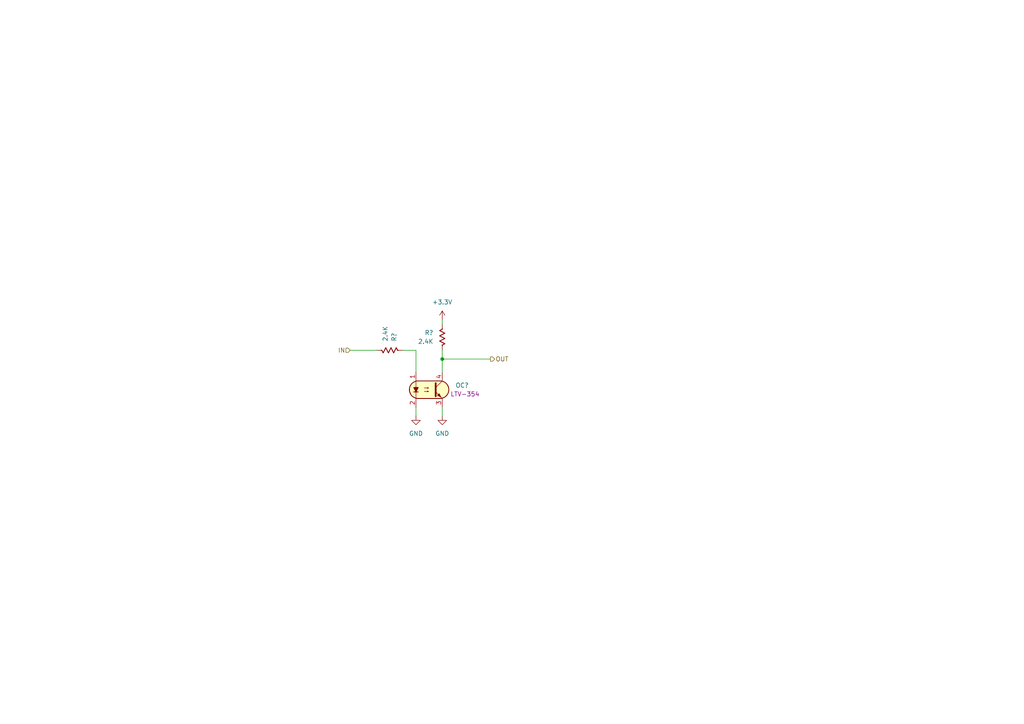
<source format=kicad_sch>
(kicad_sch
	(version 20250114)
	(generator "eeschema")
	(generator_version "9.0")
	(uuid "4ade9bf7-b547-4146-ae3f-47753824b47b")
	(paper "A4")
	(lib_symbols
		(symbol "GP8211S-TC50:R_0603"
			(pin_numbers
				(hide yes)
			)
			(pin_names
				(offset 0)
			)
			(exclude_from_sim no)
			(in_bom yes)
			(on_board yes)
			(property "Reference" "R"
				(at 2.54 1.27 0)
				(effects
					(font
						(size 1.27 1.27)
					)
					(justify left)
				)
			)
			(property "Value" "R_0603"
				(at 2.54 -1.27 0)
				(effects
					(font
						(size 1.27 1.27)
					)
					(justify left)
				)
			)
			(property "Footprint" "PCM_Resistor_SMD_AKL:R_0603_1608Metric"
				(at 0 -11.43 0)
				(effects
					(font
						(size 1.27 1.27)
					)
					(hide yes)
				)
			)
			(property "Datasheet" "~"
				(at 0 0 0)
				(effects
					(font
						(size 1.27 1.27)
					)
					(hide yes)
				)
			)
			(property "Description" "SMD 0603 Chip Resistor, US Symbol, Alternate KiCad Library"
				(at 0 0 0)
				(effects
					(font
						(size 1.27 1.27)
					)
					(hide yes)
				)
			)
			(property "ki_keywords" "R res resistor us SMD 0603"
				(at 0 0 0)
				(effects
					(font
						(size 1.27 1.27)
					)
					(hide yes)
				)
			)
			(property "ki_fp_filters" "R_*"
				(at 0 0 0)
				(effects
					(font
						(size 1.27 1.27)
					)
					(hide yes)
				)
			)
			(symbol "R_0603_0_1"
				(polyline
					(pts
						(xy 0 2.286) (xy 0 2.54)
					)
					(stroke
						(width 0.254)
						(type default)
					)
					(fill
						(type none)
					)
				)
				(polyline
					(pts
						(xy 0 2.286) (xy 0.762 1.905) (xy -0.762 1.143) (xy 0 0.762) (xy 0.762 0.381) (xy 0 0) (xy -0.762 -0.381)
						(xy 0 -0.762) (xy 0.762 -1.143) (xy 0 -1.524) (xy -0.762 -1.905) (xy 0 -2.286)
					)
					(stroke
						(width 0.254)
						(type default)
					)
					(fill
						(type none)
					)
				)
				(polyline
					(pts
						(xy 0 -2.286) (xy 0 -2.54)
					)
					(stroke
						(width 0.254)
						(type default)
					)
					(fill
						(type none)
					)
				)
			)
			(symbol "R_0603_0_2"
				(polyline
					(pts
						(xy -2.54 -2.54) (xy -1.778 -1.778)
					)
					(stroke
						(width 0)
						(type default)
					)
					(fill
						(type none)
					)
				)
				(polyline
					(pts
						(xy -1.778 -1.778) (xy -1.524 -1.524)
					)
					(stroke
						(width 0.254)
						(type default)
					)
					(fill
						(type none)
					)
				)
				(polyline
					(pts
						(xy -1.524 -1.524) (xy -1.778 -0.762) (xy -1.016 -1.016)
					)
					(stroke
						(width 0.254)
						(type default)
					)
					(fill
						(type none)
					)
				)
				(polyline
					(pts
						(xy -0.508 -0.508) (xy -0.762 0.254) (xy 0 0)
					)
					(stroke
						(width 0.254)
						(type default)
					)
					(fill
						(type none)
					)
				)
				(polyline
					(pts
						(xy -0.508 -0.508) (xy -0.254 -1.27) (xy -1.016 -1.016)
					)
					(stroke
						(width 0.254)
						(type default)
					)
					(fill
						(type none)
					)
				)
				(polyline
					(pts
						(xy 0.508 0.508) (xy 0.254 1.27) (xy 1.016 1.016)
					)
					(stroke
						(width 0.254)
						(type default)
					)
					(fill
						(type none)
					)
				)
				(polyline
					(pts
						(xy 0.508 0.508) (xy 0.762 -0.254) (xy 0 0)
					)
					(stroke
						(width 0.254)
						(type default)
					)
					(fill
						(type none)
					)
				)
				(polyline
					(pts
						(xy 1.524 1.524) (xy 1.778 0.762) (xy 1.016 1.016)
					)
					(stroke
						(width 0.254)
						(type default)
					)
					(fill
						(type none)
					)
				)
				(polyline
					(pts
						(xy 1.778 1.778) (xy 1.524 1.524)
					)
					(stroke
						(width 0.254)
						(type default)
					)
					(fill
						(type none)
					)
				)
				(polyline
					(pts
						(xy 1.778 1.778) (xy 2.54 2.54)
					)
					(stroke
						(width 0)
						(type default)
					)
					(fill
						(type none)
					)
				)
			)
			(symbol "R_0603_1_1"
				(pin passive line
					(at 0 3.81 270)
					(length 1.27)
					(name "~"
						(effects
							(font
								(size 1.27 1.27)
							)
						)
					)
					(number "1"
						(effects
							(font
								(size 1.27 1.27)
							)
						)
					)
				)
				(pin passive line
					(at 0 -3.81 90)
					(length 1.27)
					(name "~"
						(effects
							(font
								(size 1.27 1.27)
							)
						)
					)
					(number "2"
						(effects
							(font
								(size 1.27 1.27)
							)
						)
					)
				)
			)
			(symbol "R_0603_1_2"
				(pin passive line
					(at -2.54 -2.54 0)
					(length 0)
					(name ""
						(effects
							(font
								(size 1.27 1.27)
							)
						)
					)
					(number "2"
						(effects
							(font
								(size 1.27 1.27)
							)
						)
					)
				)
				(pin passive line
					(at 2.54 2.54 180)
					(length 0)
					(name ""
						(effects
							(font
								(size 1.27 1.27)
							)
						)
					)
					(number "1"
						(effects
							(font
								(size 1.27 1.27)
							)
						)
					)
				)
			)
			(embedded_fonts no)
		)
		(symbol "Optocoupler_AKL:FOD817S"
			(pin_names
				(offset 1.016)
			)
			(exclude_from_sim no)
			(in_bom yes)
			(on_board yes)
			(property "Reference" "OC"
				(at 6.35 1.27 0)
				(effects
					(font
						(size 1.27 1.27)
					)
					(justify left)
				)
			)
			(property "Value" "FOD817S"
				(at 6.35 -1.27 0)
				(effects
					(font
						(size 1.27 1.27)
					)
					(justify left)
				)
			)
			(property "Footprint" "Package_DIP_AKL:SMDIP-4_W9.53mm"
				(at -5.08 -5.08 0)
				(effects
					(font
						(size 1.27 1.27)
						(italic yes)
					)
					(justify left)
					(hide yes)
				)
			)
			(property "Datasheet" "https://www.tme.eu/Document/3a0358906a5fcb3aa253d025de809a1d/FOD814300W.PDF"
				(at 0 0 0)
				(effects
					(font
						(size 1.27 1.27)
					)
					(justify left)
					(hide yes)
				)
			)
			(property "Description" "SMDIP-4 Optocoupler, Transistor output, 5kV, 8us, Alternate KiCAD Library"
				(at 0 0 0)
				(effects
					(font
						(size 1.27 1.27)
					)
					(hide yes)
				)
			)
			(property "ki_keywords" "NPN Optocoupler transistor output bidirectional input FOD817"
				(at 0 0 0)
				(effects
					(font
						(size 1.27 1.27)
					)
					(hide yes)
				)
			)
			(property "ki_fp_filters" "DIP*W7.62mm*"
				(at 0 0 0)
				(effects
					(font
						(size 1.27 1.27)
					)
					(hide yes)
				)
			)
			(symbol "FOD817S_0_1"
				(polyline
					(pts
						(xy -4.445 -0.635) (xy -3.175 -0.635)
					)
					(stroke
						(width 0.254)
						(type default)
					)
					(fill
						(type none)
					)
				)
				(polyline
					(pts
						(xy -3.81 -0.635) (xy -4.445 0.635) (xy -3.175 0.635) (xy -3.81 -0.635)
					)
					(stroke
						(width 0.254)
						(type default)
					)
					(fill
						(type outline)
					)
				)
				(polyline
					(pts
						(xy -3.81 -2.54) (xy -3.81 -1.27) (xy -3.81 2.54)
					)
					(stroke
						(width 0.1524)
						(type default)
					)
					(fill
						(type none)
					)
				)
				(polyline
					(pts
						(xy -3.175 2.54) (xy 3.175 2.54)
					)
					(stroke
						(width 0.254)
						(type default)
					)
					(fill
						(type none)
					)
				)
				(arc
					(start -3.1975 -2.54)
					(mid -5.7151 0)
					(end -3.1975 2.54)
					(stroke
						(width 0.254)
						(type default)
					)
					(fill
						(type none)
					)
				)
				(polyline
					(pts
						(xy -2.54 2.54) (xy 3.429 2.54) (xy 4.318 2.286) (xy 4.699 2.032) (xy 5.08 1.651) (xy 5.461 1.016)
						(xy 5.715 0.381) (xy 5.715 -0.381) (xy 5.461 -1.143) (xy 4.826 -1.905) (xy 4.191 -2.286) (xy 3.302 -2.54)
						(xy -3.81 -2.54) (xy -3.81 -2.54) (xy -4.572 -2.032) (xy -5.08 -1.778) (xy -5.588 -0.508) (xy -5.588 0.254)
						(xy -5.588 1.016) (xy -5.08 1.778) (xy -4.318 2.286) (xy -3.556 2.54) (xy -2.54 2.54)
					)
					(stroke
						(width 0.01)
						(type default)
					)
					(fill
						(type background)
					)
				)
				(polyline
					(pts
						(xy -1.397 0.508) (xy -0.127 0.508) (xy -0.508 0.381) (xy -0.508 0.635) (xy -0.127 0.508)
					)
					(stroke
						(width 0)
						(type default)
					)
					(fill
						(type none)
					)
				)
				(polyline
					(pts
						(xy -1.397 -0.508) (xy -0.127 -0.508) (xy -0.508 -0.635) (xy -0.508 -0.381) (xy -0.127 -0.508)
					)
					(stroke
						(width 0)
						(type default)
					)
					(fill
						(type none)
					)
				)
				(polyline
					(pts
						(xy 1.905 1.905) (xy 1.905 -1.905) (xy 1.905 -1.905)
					)
					(stroke
						(width 0.508)
						(type default)
					)
					(fill
						(type none)
					)
				)
				(polyline
					(pts
						(xy 1.905 0.635) (xy 3.81 2.54)
					)
					(stroke
						(width 0)
						(type default)
					)
					(fill
						(type none)
					)
				)
				(polyline
					(pts
						(xy 2.413 -1.651) (xy 2.921 -1.143) (xy 3.429 -2.159) (xy 2.413 -1.651) (xy 2.413 -1.651)
					)
					(stroke
						(width 0)
						(type default)
					)
					(fill
						(type outline)
					)
				)
				(arc
					(start 3.1975 2.54)
					(mid 5.7151 0)
					(end 3.1975 -2.54)
					(stroke
						(width 0.254)
						(type default)
					)
					(fill
						(type none)
					)
				)
				(polyline
					(pts
						(xy 3.175 -2.54) (xy -3.175 -2.54)
					)
					(stroke
						(width 0.254)
						(type default)
					)
					(fill
						(type none)
					)
				)
				(polyline
					(pts
						(xy 3.81 -2.54) (xy 1.905 -0.635)
					)
					(stroke
						(width 0)
						(type default)
					)
					(fill
						(type outline)
					)
				)
			)
			(symbol "FOD817S_1_1"
				(pin passive line
					(at -3.81 5.08 270)
					(length 2.54)
					(name "~"
						(effects
							(font
								(size 1.27 1.27)
							)
						)
					)
					(number "1"
						(effects
							(font
								(size 1.27 1.27)
							)
						)
					)
				)
				(pin passive line
					(at -3.81 -5.08 90)
					(length 2.54)
					(name "~"
						(effects
							(font
								(size 1.27 1.27)
							)
						)
					)
					(number "2"
						(effects
							(font
								(size 1.27 1.27)
							)
						)
					)
				)
				(pin passive line
					(at 3.81 5.08 270)
					(length 2.54)
					(name "~"
						(effects
							(font
								(size 1.27 1.27)
							)
						)
					)
					(number "4"
						(effects
							(font
								(size 1.27 1.27)
							)
						)
					)
				)
				(pin passive line
					(at 3.81 -5.08 90)
					(length 2.54)
					(name "~"
						(effects
							(font
								(size 1.27 1.27)
							)
						)
					)
					(number "3"
						(effects
							(font
								(size 1.27 1.27)
							)
						)
					)
				)
			)
			(embedded_fonts no)
		)
		(symbol "power:+3.3V"
			(power)
			(pin_numbers
				(hide yes)
			)
			(pin_names
				(offset 0)
				(hide yes)
			)
			(exclude_from_sim no)
			(in_bom yes)
			(on_board yes)
			(property "Reference" "#PWR"
				(at 0 -3.81 0)
				(effects
					(font
						(size 1.27 1.27)
					)
					(hide yes)
				)
			)
			(property "Value" "+3.3V"
				(at 0 3.556 0)
				(effects
					(font
						(size 1.27 1.27)
					)
				)
			)
			(property "Footprint" ""
				(at 0 0 0)
				(effects
					(font
						(size 1.27 1.27)
					)
					(hide yes)
				)
			)
			(property "Datasheet" ""
				(at 0 0 0)
				(effects
					(font
						(size 1.27 1.27)
					)
					(hide yes)
				)
			)
			(property "Description" "Power symbol creates a global label with name \"+3.3V\""
				(at 0 0 0)
				(effects
					(font
						(size 1.27 1.27)
					)
					(hide yes)
				)
			)
			(property "ki_keywords" "global power"
				(at 0 0 0)
				(effects
					(font
						(size 1.27 1.27)
					)
					(hide yes)
				)
			)
			(symbol "+3.3V_0_1"
				(polyline
					(pts
						(xy -0.762 1.27) (xy 0 2.54)
					)
					(stroke
						(width 0)
						(type default)
					)
					(fill
						(type none)
					)
				)
				(polyline
					(pts
						(xy 0 2.54) (xy 0.762 1.27)
					)
					(stroke
						(width 0)
						(type default)
					)
					(fill
						(type none)
					)
				)
				(polyline
					(pts
						(xy 0 0) (xy 0 2.54)
					)
					(stroke
						(width 0)
						(type default)
					)
					(fill
						(type none)
					)
				)
			)
			(symbol "+3.3V_1_1"
				(pin power_in line
					(at 0 0 90)
					(length 0)
					(name "~"
						(effects
							(font
								(size 1.27 1.27)
							)
						)
					)
					(number "1"
						(effects
							(font
								(size 1.27 1.27)
							)
						)
					)
				)
			)
			(embedded_fonts no)
		)
		(symbol "power:GND"
			(power)
			(pin_numbers
				(hide yes)
			)
			(pin_names
				(offset 0)
				(hide yes)
			)
			(exclude_from_sim no)
			(in_bom yes)
			(on_board yes)
			(property "Reference" "#PWR"
				(at 0 -6.35 0)
				(effects
					(font
						(size 1.27 1.27)
					)
					(hide yes)
				)
			)
			(property "Value" "GND"
				(at 0 -3.81 0)
				(effects
					(font
						(size 1.27 1.27)
					)
				)
			)
			(property "Footprint" ""
				(at 0 0 0)
				(effects
					(font
						(size 1.27 1.27)
					)
					(hide yes)
				)
			)
			(property "Datasheet" ""
				(at 0 0 0)
				(effects
					(font
						(size 1.27 1.27)
					)
					(hide yes)
				)
			)
			(property "Description" "Power symbol creates a global label with name \"GND\" , ground"
				(at 0 0 0)
				(effects
					(font
						(size 1.27 1.27)
					)
					(hide yes)
				)
			)
			(property "ki_keywords" "global power"
				(at 0 0 0)
				(effects
					(font
						(size 1.27 1.27)
					)
					(hide yes)
				)
			)
			(symbol "GND_0_1"
				(polyline
					(pts
						(xy 0 0) (xy 0 -1.27) (xy 1.27 -1.27) (xy 0 -2.54) (xy -1.27 -1.27) (xy 0 -1.27)
					)
					(stroke
						(width 0)
						(type default)
					)
					(fill
						(type none)
					)
				)
			)
			(symbol "GND_1_1"
				(pin power_in line
					(at 0 0 270)
					(length 0)
					(name "~"
						(effects
							(font
								(size 1.27 1.27)
							)
						)
					)
					(number "1"
						(effects
							(font
								(size 1.27 1.27)
							)
						)
					)
				)
			)
			(embedded_fonts no)
		)
	)
	(junction
		(at 128.27 104.14)
		(diameter 0)
		(color 0 0 0 0)
		(uuid "672da05c-5e19-4257-a20a-10123e062363")
	)
	(wire
		(pts
			(xy 116.84 101.6) (xy 120.65 101.6)
		)
		(stroke
			(width 0)
			(type default)
		)
		(uuid "20110fd7-80e5-40d9-a204-4eb7cb7b29ee")
	)
	(wire
		(pts
			(xy 120.65 101.6) (xy 120.65 107.95)
		)
		(stroke
			(width 0)
			(type default)
		)
		(uuid "3740de77-0d4c-4ada-8ff3-794a8ec9189c")
	)
	(wire
		(pts
			(xy 128.27 92.71) (xy 128.27 93.98)
		)
		(stroke
			(width 0)
			(type default)
		)
		(uuid "3f4b79a0-2c87-42e8-bfa2-73131227b290")
	)
	(wire
		(pts
			(xy 128.27 104.14) (xy 142.24 104.14)
		)
		(stroke
			(width 0)
			(type default)
		)
		(uuid "55795d20-6e7f-4ce0-ae9e-b64da08df47a")
	)
	(wire
		(pts
			(xy 120.65 118.11) (xy 120.65 120.65)
		)
		(stroke
			(width 0)
			(type default)
		)
		(uuid "73058749-e5f4-437a-b3f9-0936f4d328f3")
	)
	(wire
		(pts
			(xy 128.27 101.6) (xy 128.27 104.14)
		)
		(stroke
			(width 0)
			(type default)
		)
		(uuid "8dd25a38-12d0-46ae-9906-5f0167a31853")
	)
	(wire
		(pts
			(xy 128.27 104.14) (xy 128.27 107.95)
		)
		(stroke
			(width 0)
			(type default)
		)
		(uuid "91268737-04b7-45bb-b61a-f34675a6624f")
	)
	(wire
		(pts
			(xy 128.27 118.11) (xy 128.27 120.65)
		)
		(stroke
			(width 0)
			(type default)
		)
		(uuid "91327083-5f1c-44a0-b413-7f740fd637a5")
	)
	(wire
		(pts
			(xy 101.6 101.6) (xy 109.22 101.6)
		)
		(stroke
			(width 0)
			(type default)
		)
		(uuid "c4d18966-938c-476a-aeb1-f9f8be1aeee3")
	)
	(hierarchical_label "OUT"
		(shape output)
		(at 142.24 104.14 0)
		(effects
			(font
				(size 1.27 1.27)
			)
			(justify left)
		)
		(uuid "1e8c1e77-925c-464f-bd23-37e244502819")
	)
	(hierarchical_label "IN"
		(shape input)
		(at 101.6 101.6 180)
		(effects
			(font
				(size 1.27 1.27)
			)
			(justify right)
		)
		(uuid "2b7471ac-79d6-4e8b-b3ea-5c419d84dfbb")
	)
	(symbol
		(lib_id "GP8211S-TC50:R_0603")
		(at 113.03 101.6 90)
		(mirror x)
		(unit 1)
		(exclude_from_sim no)
		(in_bom yes)
		(on_board yes)
		(dnp no)
		(uuid "00e184c7-c6b8-4a2f-872f-3fe7f87740e7")
		(property "Reference" "R?"
			(at 114.3001 99.06 0)
			(effects
				(font
					(size 1.27 1.27)
				)
				(justify right)
			)
		)
		(property "Value" "2.4K"
			(at 111.7601 99.06 0)
			(effects
				(font
					(size 1.27 1.27)
				)
				(justify right)
			)
		)
		(property "Footprint" "PCM_Resistor_SMD_AKL:R_0603_1608Metric"
			(at 124.46 101.6 0)
			(effects
				(font
					(size 1.27 1.27)
				)
				(hide yes)
			)
		)
		(property "Datasheet" "~"
			(at 113.03 101.6 0)
			(effects
				(font
					(size 1.27 1.27)
				)
				(hide yes)
			)
		)
		(property "Description" "SMD 0603 Chip Resistor, US Symbol, Alternate KiCad Library"
			(at 113.03 101.6 0)
			(effects
				(font
					(size 1.27 1.27)
				)
				(hide yes)
			)
		)
		(property "LCSC" ""
			(at 113.03 101.6 0)
			(effects
				(font
					(size 1.27 1.27)
				)
				(hide yes)
			)
		)
		(pin "1"
			(uuid "4250842d-7f21-48e6-b47f-8fa27430eba6")
		)
		(pin "2"
			(uuid "25a58df3-bac0-4a08-b932-97d2abb0a5a1")
		)
		(instances
			(project "PLC4UNIPCB"
				(path "/20dd9fa8-33e5-4e01-8b4a-8cb5828152c9/ef44eee8-cd41-4527-92e2-6c408c0d0d91/7d73415a-6d92-4775-9fde-5e791787ec39"
					(reference "R?")
					(unit 1)
				)
				(path "/20dd9fa8-33e5-4e01-8b4a-8cb5828152c9/ef44eee8-cd41-4527-92e2-6c408c0d0d91/993499e7-3317-45fe-8d12-a8e3207aa57a"
					(reference "R?")
					(unit 1)
				)
			)
		)
	)
	(symbol
		(lib_id "GP8211S-TC50:R_0603")
		(at 128.27 97.79 0)
		(mirror x)
		(unit 1)
		(exclude_from_sim no)
		(in_bom yes)
		(on_board yes)
		(dnp no)
		(uuid "24954c01-d43f-42a9-8dab-2c27401b029f")
		(property "Reference" "R?"
			(at 125.73 96.5199 0)
			(effects
				(font
					(size 1.27 1.27)
				)
				(justify right)
			)
		)
		(property "Value" "2.4K"
			(at 125.73 99.0599 0)
			(effects
				(font
					(size 1.27 1.27)
				)
				(justify right)
			)
		)
		(property "Footprint" "PCM_Resistor_SMD_AKL:R_0603_1608Metric"
			(at 128.27 86.36 0)
			(effects
				(font
					(size 1.27 1.27)
				)
				(hide yes)
			)
		)
		(property "Datasheet" "~"
			(at 128.27 97.79 0)
			(effects
				(font
					(size 1.27 1.27)
				)
				(hide yes)
			)
		)
		(property "Description" "SMD 0603 Chip Resistor, US Symbol, Alternate KiCad Library"
			(at 128.27 97.79 0)
			(effects
				(font
					(size 1.27 1.27)
				)
				(hide yes)
			)
		)
		(property "LCSC" ""
			(at 128.27 97.79 0)
			(effects
				(font
					(size 1.27 1.27)
				)
				(hide yes)
			)
		)
		(pin "1"
			(uuid "fbb55932-368a-4d77-b488-62828e4a660b")
		)
		(pin "2"
			(uuid "89049f3d-0727-42a1-9660-534cfbc6e230")
		)
		(instances
			(project "PLC4UNIPCB"
				(path "/20dd9fa8-33e5-4e01-8b4a-8cb5828152c9/ef44eee8-cd41-4527-92e2-6c408c0d0d91/7d73415a-6d92-4775-9fde-5e791787ec39"
					(reference "R?")
					(unit 1)
				)
				(path "/20dd9fa8-33e5-4e01-8b4a-8cb5828152c9/ef44eee8-cd41-4527-92e2-6c408c0d0d91/993499e7-3317-45fe-8d12-a8e3207aa57a"
					(reference "R11")
					(unit 1)
				)
			)
		)
	)
	(symbol
		(lib_id "power:GND")
		(at 120.65 120.65 0)
		(unit 1)
		(exclude_from_sim no)
		(in_bom yes)
		(on_board yes)
		(dnp no)
		(fields_autoplaced yes)
		(uuid "593b07f8-1087-4de3-97e7-407ec2cb9c89")
		(property "Reference" "#PWR06"
			(at 120.65 127 0)
			(effects
				(font
					(size 1.27 1.27)
				)
				(hide yes)
			)
		)
		(property "Value" "GND"
			(at 120.65 125.73 0)
			(effects
				(font
					(size 1.27 1.27)
				)
			)
		)
		(property "Footprint" ""
			(at 120.65 120.65 0)
			(effects
				(font
					(size 1.27 1.27)
				)
				(hide yes)
			)
		)
		(property "Datasheet" ""
			(at 120.65 120.65 0)
			(effects
				(font
					(size 1.27 1.27)
				)
				(hide yes)
			)
		)
		(property "Description" "Power symbol creates a global label with name \"GND\" , ground"
			(at 120.65 120.65 0)
			(effects
				(font
					(size 1.27 1.27)
				)
				(hide yes)
			)
		)
		(pin "1"
			(uuid "494264f4-4ad9-40f2-9422-c22a684d5183")
		)
		(instances
			(project "PLC4UNIPCB"
				(path "/20dd9fa8-33e5-4e01-8b4a-8cb5828152c9/ef44eee8-cd41-4527-92e2-6c408c0d0d91/7d73415a-6d92-4775-9fde-5e791787ec39"
					(reference "#PWR06")
					(unit 1)
				)
			)
		)
	)
	(symbol
		(lib_id "Optocoupler_AKL:FOD817S")
		(at 124.46 113.03 0)
		(unit 1)
		(exclude_from_sim no)
		(in_bom yes)
		(on_board yes)
		(dnp no)
		(uuid "5c8920d1-ab0d-4af3-9409-221f8020e61c")
		(property "Reference" "OC?"
			(at 132.08 111.7599 0)
			(effects
				(font
					(size 1.27 1.27)
				)
				(justify left)
			)
		)
		(property "Value" "FOD817S"
			(at 132.08 114.2999 0)
			(effects
				(font
					(size 1.27 1.27)
				)
				(justify left)
				(hide yes)
			)
		)
		(property "Footprint" "Package_DIP_AKL:SMDIP-4_W9.53mm"
			(at 119.38 118.11 0)
			(effects
				(font
					(size 1.27 1.27)
					(italic yes)
				)
				(justify left)
				(hide yes)
			)
		)
		(property "Datasheet" "https://www.tme.eu/Document/3a0358906a5fcb3aa253d025de809a1d/FOD814300W.PDF"
			(at 124.46 113.03 0)
			(effects
				(font
					(size 1.27 1.27)
				)
				(justify left)
				(hide yes)
			)
		)
		(property "Description" "SMDIP-4 Optocoupler, Transistor output, 5kV, 8us, Alternate KiCAD Library"
			(at 124.46 113.03 0)
			(effects
				(font
					(size 1.27 1.27)
				)
				(hide yes)
			)
		)
		(property "Part Number" "LTV-354"
			(at 134.874 114.3 0)
			(effects
				(font
					(size 1.27 1.27)
				)
			)
		)
		(pin "3"
			(uuid "eca26bf7-d026-49f4-86a0-3008fa63047f")
		)
		(pin "4"
			(uuid "044d590d-3597-4cd8-b362-3ed6233fe9e8")
		)
		(pin "2"
			(uuid "26bba899-dbf3-4a30-ab54-f5e737059879")
		)
		(pin "1"
			(uuid "be79a58c-4780-424f-8834-690096b4de45")
		)
		(instances
			(project "PLC4UNIPCB"
				(path "/20dd9fa8-33e5-4e01-8b4a-8cb5828152c9/ef44eee8-cd41-4527-92e2-6c408c0d0d91/7d73415a-6d92-4775-9fde-5e791787ec39"
					(reference "OC?")
					(unit 1)
				)
			)
		)
	)
	(symbol
		(lib_id "power:+3.3V")
		(at 128.27 92.71 0)
		(unit 1)
		(exclude_from_sim no)
		(in_bom yes)
		(on_board yes)
		(dnp no)
		(fields_autoplaced yes)
		(uuid "a960befb-6ffe-4918-a70f-982f989b3ed5")
		(property "Reference" "#PWR08"
			(at 128.27 96.52 0)
			(effects
				(font
					(size 1.27 1.27)
				)
				(hide yes)
			)
		)
		(property "Value" "+3.3V"
			(at 128.27 87.63 0)
			(effects
				(font
					(size 1.27 1.27)
				)
			)
		)
		(property "Footprint" ""
			(at 128.27 92.71 0)
			(effects
				(font
					(size 1.27 1.27)
				)
				(hide yes)
			)
		)
		(property "Datasheet" ""
			(at 128.27 92.71 0)
			(effects
				(font
					(size 1.27 1.27)
				)
				(hide yes)
			)
		)
		(property "Description" "Power symbol creates a global label with name \"+3.3V\""
			(at 128.27 92.71 0)
			(effects
				(font
					(size 1.27 1.27)
				)
				(hide yes)
			)
		)
		(pin "1"
			(uuid "c5749fe9-a917-4991-8ad8-9cbb166f3a35")
		)
		(instances
			(project "PLC4UNIPCB"
				(path "/20dd9fa8-33e5-4e01-8b4a-8cb5828152c9/ef44eee8-cd41-4527-92e2-6c408c0d0d91/7d73415a-6d92-4775-9fde-5e791787ec39"
					(reference "#PWR08")
					(unit 1)
				)
			)
		)
	)
	(symbol
		(lib_id "power:GND")
		(at 128.27 120.65 0)
		(unit 1)
		(exclude_from_sim no)
		(in_bom yes)
		(on_board yes)
		(dnp no)
		(fields_autoplaced yes)
		(uuid "ba96c278-131e-4a9c-b99e-f03769cb803f")
		(property "Reference" "#PWR010"
			(at 128.27 127 0)
			(effects
				(font
					(size 1.27 1.27)
				)
				(hide yes)
			)
		)
		(property "Value" "GND"
			(at 128.27 125.73 0)
			(effects
				(font
					(size 1.27 1.27)
				)
			)
		)
		(property "Footprint" ""
			(at 128.27 120.65 0)
			(effects
				(font
					(size 1.27 1.27)
				)
				(hide yes)
			)
		)
		(property "Datasheet" ""
			(at 128.27 120.65 0)
			(effects
				(font
					(size 1.27 1.27)
				)
				(hide yes)
			)
		)
		(property "Description" "Power symbol creates a global label with name \"GND\" , ground"
			(at 128.27 120.65 0)
			(effects
				(font
					(size 1.27 1.27)
				)
				(hide yes)
			)
		)
		(pin "1"
			(uuid "b59cae40-0b5e-4ec5-89f0-e5d934619102")
		)
		(instances
			(project "PLC4UNIPCB"
				(path "/20dd9fa8-33e5-4e01-8b4a-8cb5828152c9/ef44eee8-cd41-4527-92e2-6c408c0d0d91/7d73415a-6d92-4775-9fde-5e791787ec39"
					(reference "#PWR010")
					(unit 1)
				)
			)
		)
	)
)

</source>
